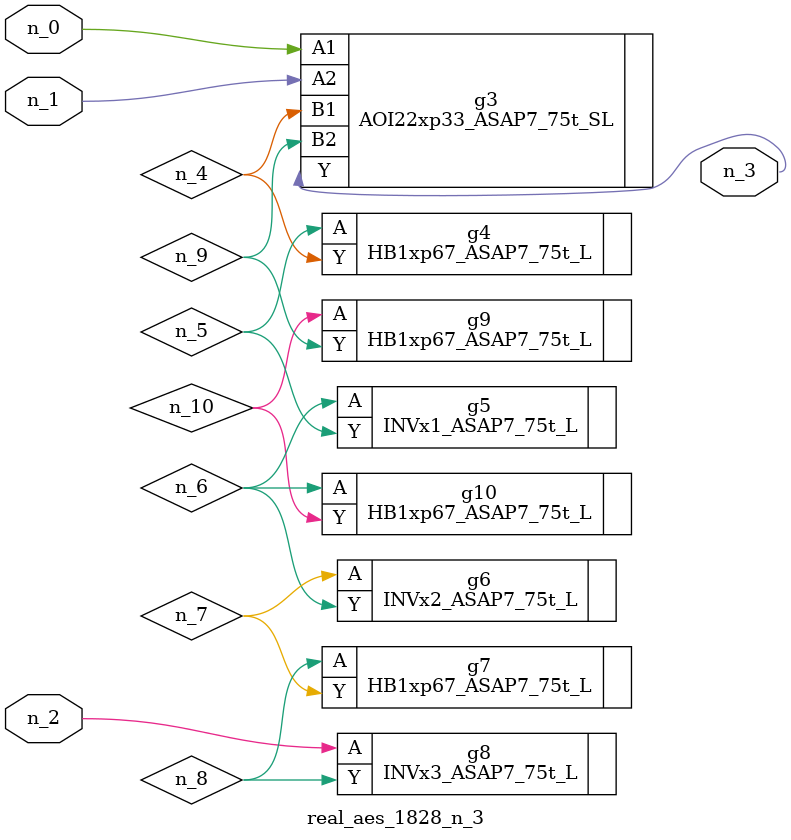
<source format=v>
module real_aes_1828_n_3 (n_0, n_2, n_1, n_3);
input n_0;
input n_2;
input n_1;
output n_3;
wire n_4;
wire n_5;
wire n_7;
wire n_9;
wire n_6;
wire n_8;
wire n_10;
AOI22xp33_ASAP7_75t_SL g3 ( .A1(n_0), .A2(n_1), .B1(n_4), .B2(n_9), .Y(n_3) );
INVx3_ASAP7_75t_L g8 ( .A(n_2), .Y(n_8) );
HB1xp67_ASAP7_75t_L g4 ( .A(n_5), .Y(n_4) );
INVx1_ASAP7_75t_L g5 ( .A(n_6), .Y(n_5) );
HB1xp67_ASAP7_75t_L g10 ( .A(n_6), .Y(n_10) );
INVx2_ASAP7_75t_L g6 ( .A(n_7), .Y(n_6) );
HB1xp67_ASAP7_75t_L g7 ( .A(n_8), .Y(n_7) );
HB1xp67_ASAP7_75t_L g9 ( .A(n_10), .Y(n_9) );
endmodule
</source>
